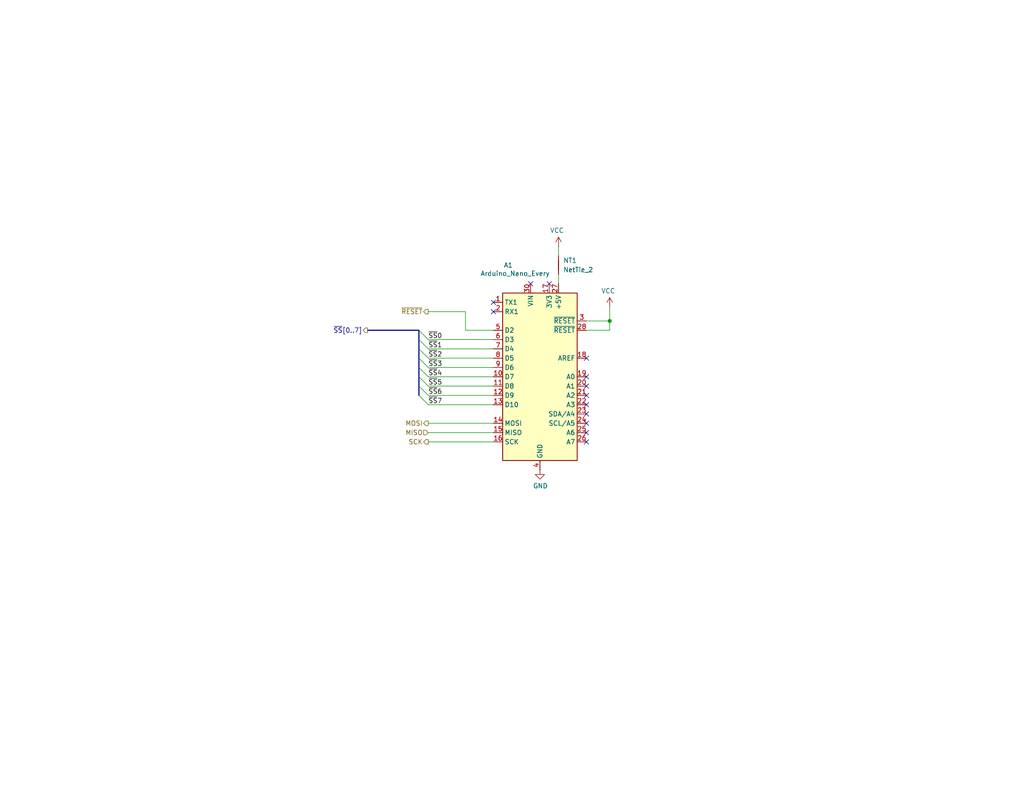
<source format=kicad_sch>
(kicad_sch (version 20250114) (generator "eeschema") (generator_version "9.0")
  (paper "USLetter")
  (title_block (date "2025-08-01"))
  (lib_symbols
    (symbol "Device:NetTie_2" (pin_numbers (hide yes)) (pin_names (offset 0) (hide yes)) (in_bom no)
      (property "Reference" "NT" (at 0 1.27 0))
      (property "Value" "NetTie_2" (at 0 -1.27 0))
      (symbol "NetTie_2_0_1"
        (polyline (pts (xy -1.27 0) (xy 1.27 0)) (stroke (width 0.254)))
      )
      (symbol "NetTie_2_1_1"
        (pin passive line (at -2.54 0 0) (length 2.54) (name "1") (number "1"))
        (pin passive line (at 2.54 0 180) (length 2.54) (name "2") (number "2"))
      )
    )
    (symbol "MCU_Module:Arduino_Nano_Every"
      (property "Reference" "A" (at -10.16 23.495 0))
      (property "Value" "Arduino_Nano_Every" (at 5.08 -24.13 0))
      (symbol "Arduino_Nano_Every_0_1"
        (rectangle (start -10.16 22.86) (end 10.16 -22.86) (stroke (width 0.254)) (fill (type background)))
      )
      (symbol "Arduino_Nano_Every_1_1"
        (pin bidirectional line (at -12.7 20.32 0) (length 2.54) (name "TX1") (number "1"))
        (pin bidirectional line (at -12.7 17.78 0) (length 2.54) (name "RX1") (number "2"))
        (pin bidirectional line (at -12.7 12.7 0) (length 2.54) (name "D2") (number "5"))
        (pin bidirectional line (at -12.7 10.16 0) (length 2.54) (name "D3") (number "6"))
        (pin bidirectional line (at -12.7 7.62 0) (length 2.54) (name "D4") (number "7"))
        (pin bidirectional line (at -12.7 5.08 0) (length 2.54) (name "D5") (number "8"))
        (pin bidirectional line (at -12.7 2.54 0) (length 2.54) (name "D6") (number "9"))
        (pin bidirectional line (at -12.7 0 0) (length 2.54) (name "D7") (number "10"))
        (pin bidirectional line (at -12.7 -2.54 0) (length 2.54) (name "D8") (number "11"))
        (pin bidirectional line (at -12.7 -5.08 0) (length 2.54) (name "D9") (number "12"))
        (pin bidirectional line (at -12.7 -7.62 0) (length 2.54) (name "D10") (number "13"))
        (pin bidirectional line (at -12.7 -12.7 0) (length 2.54) (name "MOSI") (number "14"))
        (pin bidirectional line (at -12.7 -15.24 0) (length 2.54) (name "MISO") (number "15"))
        (pin bidirectional line (at -12.7 -17.78 0) (length 2.54) (name "SCK") (number "16"))
        (pin power_in line (at -2.54 25.4 270) (length 2.54) (name "VIN") (number "30"))
        (pin passive line (at 0 -25.4 90) (length 2.54) (hide yes) (name "GND") (number "29"))
        (pin power_in line (at 0 -25.4 90) (length 2.54) (name "GND") (number "4"))
        (pin power_out line (at 2.54 25.4 270) (length 2.54) (name "3V3") (number "17"))
        (pin power_out line (at 5.08 25.4 270) (length 2.54) (name "+5V") (number "27"))
        (pin input line (at 12.7 15.24 180) (length 2.54) (name "~{RESET}") (number "3"))
        (pin input line (at 12.7 12.7 180) (length 2.54) (name "~{RESET}") (number "28"))
        (pin input line (at 12.7 5.08 180) (length 2.54) (name "AREF") (number "18"))
        (pin bidirectional line (at 12.7 0 180) (length 2.54) (name "A0") (number "19"))
        (pin bidirectional line (at 12.7 -2.54 180) (length 2.54) (name "A1") (number "20"))
        (pin bidirectional line (at 12.7 -5.08 180) (length 2.54) (name "A2") (number "21"))
        (pin bidirectional line (at 12.7 -7.62 180) (length 2.54) (name "A3") (number "22"))
        (pin bidirectional line (at 12.7 -10.16 180) (length 2.54) (name "SDA/A4") (number "23"))
        (pin bidirectional line (at 12.7 -12.7 180) (length 2.54) (name "SCL/A5") (number "24"))
        (pin bidirectional line (at 12.7 -15.24 180) (length 2.54) (name "A6") (number "25"))
        (pin bidirectional line (at 12.7 -17.78 180) (length 2.54) (name "A7") (number "26"))
      )
    )
    (symbol "power:GND" (power) (pin_numbers (hide yes)) (pin_names (offset 0) (hide yes))
      (property "Value" "GND" (at 0 -3.81 0))
      (symbol "GND_0_1"
        (polyline (pts (xy 0 0) (xy 0 -1.27) (xy 1.27 -1.27) (xy 0 -2.54) (xy -1.27 -1.27) (xy 0 -1.27)))
      )
      (symbol "GND_1_1"
        (pin power_in line (at 0 0 270) (length 0) (name "~") (number "1"))
      )
    )
    (symbol "power:VCC" (power) (pin_numbers (hide yes)) (pin_names (offset 0) (hide yes))
      (property "Value" "VCC" (at 0 3.556 0))
      (symbol "VCC_0_1"
        (polyline (pts (xy -0.762 1.27) (xy 0 2.54)))
        (polyline (pts (xy 0 2.54) (xy 0.762 1.27)))
        (polyline (pts (xy 0 0) (xy 0 2.54)))
      )
      (symbol "VCC_1_1"
        (pin power_in line (at 0 0 90) (length 0) (name "~") (number "1"))
      )
    )
  )
  (junction (at 166.37 87.63))
  (no_connect (at 160.02 120.65))
  (no_connect (at 160.02 115.57))
  (no_connect (at 144.78 77.47))
  (no_connect (at 160.02 107.95))
  (no_connect (at 160.02 110.49))
  (no_connect (at 160.02 118.11))
  (no_connect (at 160.02 102.87))
  (no_connect (at 160.02 113.03))
  (no_connect (at 149.86 77.47))
  (no_connect (at 160.02 105.41))
  (no_connect (at 134.62 85.09))
  (no_connect (at 134.62 82.55))
  (no_connect (at 160.02 97.79))
  (bus_entry (at 114.3 90.17) (size 2.54 2.54))
  (bus_entry (at 114.3 100.33) (size 2.54 2.54))
  (bus_entry (at 114.3 92.71) (size 2.54 2.54))
  (bus_entry (at 114.3 105.41) (size 2.54 2.54))
  (bus_entry (at 114.3 97.79) (size 2.54 2.54))
  (bus_entry (at 114.3 95.25) (size 2.54 2.54))
  (bus_entry (at 114.3 102.87) (size 2.54 2.54))
  (bus_entry (at 114.3 107.95) (size 2.54 2.54))
  (wire (pts (xy 127 85.09) (xy 127 90.17)))
  (bus (pts (xy 114.3 100.33) (xy 114.3 102.87)))
  (wire (pts (xy 116.84 105.41) (xy 134.62 105.41)))
  (bus (pts (xy 114.3 102.87) (xy 114.3 105.41)))
  (wire (pts (xy 116.84 95.25) (xy 134.62 95.25)))
  (wire (pts (xy 116.84 118.11) (xy 134.62 118.11)))
  (bus (pts (xy 114.3 97.79) (xy 114.3 100.33)))
  (bus (pts (xy 114.3 95.25) (xy 114.3 92.71)))
  (wire (pts (xy 116.84 102.87) (xy 134.62 102.87)))
  (bus (pts (xy 114.3 95.25) (xy 114.3 97.79)))
  (wire (pts (xy 116.84 120.65) (xy 134.62 120.65)))
  (wire (pts (xy 127 90.17) (xy 134.62 90.17)))
  (wire (pts (xy 166.37 90.17) (xy 166.37 87.63)))
  (wire (pts (xy 160.02 87.63) (xy 166.37 87.63)))
  (wire (pts (xy 116.84 92.71) (xy 134.62 92.71)))
  (wire (pts (xy 116.84 115.57) (xy 134.62 115.57)))
  (bus (pts (xy 114.3 92.71) (xy 114.3 90.17)))
  (wire (pts (xy 152.4 74.93) (xy 152.4 77.47)))
  (bus (pts (xy 100.33 90.17) (xy 114.3 90.17)))
  (wire (pts (xy 116.84 97.79) (xy 134.62 97.79)))
  (wire (pts (xy 116.84 85.09) (xy 127 85.09)))
  (wire (pts (xy 160.02 90.17) (xy 166.37 90.17)))
  (wire (pts (xy 152.4 69.85) (xy 152.4 67.31)))
  (wire (pts (xy 116.84 100.33) (xy 134.62 100.33)))
  (bus (pts (xy 114.3 105.41) (xy 114.3 107.95)))
  (wire (pts (xy 166.37 83.82) (xy 166.37 87.63)))
  (wire (pts (xy 116.84 107.95) (xy 134.62 107.95)))
  (wire (pts (xy 116.84 110.49) (xy 134.62 110.49)))
  (label "~{SS}7" (at 116.84 110.49 0))
  (label "~{SS}3" (at 116.84 100.33 0))
  (label "~{SS}4" (at 116.84 102.87 0))
  (label "~{SS}1" (at 116.84 95.25 0))
  (label "~{SS}2" (at 116.84 97.79 0))
  (label "~{SS}5" (at 116.84 105.41 0))
  (label "~{SS}0" (at 116.84 92.71 0))
  (label "~{SS}6" (at 116.84 107.95 0))
  (hierarchical_label "MOSI" (shape output) (at 116.84 115.57 180))
  (hierarchical_label "MISO" (shape input) (at 116.84 118.11 180))
  (hierarchical_label "SCK" (shape output) (at 116.84 120.65 180))
  (hierarchical_label "~{SS}[0..7]" (shape output) (at 100.33 90.17 180))
  (hierarchical_label "~{RESET}" (shape output) (at 116.84 85.09 180))
  (symbol (lib_id "power:VCC") (at 152.4 67.31 0) (mirror y) (unit 1)
    (property "Reference" "#PWR016" (effects (hide yes)))
    (property "Value" "VCC" (at 151.9682 62.9158 0))
    (property "Description" "Power symbol creates a global label with name \"VCC\"" (effects (hide yes)))
  )
  (symbol (lib_id "Device:NetTie_2") (at 152.4 72.39 90) (unit 1) (in_bom no)
    (property "Reference" "NT1" (at 153.67 71.1199 90) (effects (justify right)))
    (property "Value" "NetTie_2" (at 153.67 73.6599 90) (effects (justify right)))
    (property "Footprint" "NetTie:NetTie-2_SMD_Pad0.5mm" (effects (hide yes)))
    (property "Description" "Net tie, 2 pins" (effects (hide yes)))
  )
  (symbol (lib_id "power:VCC") (at 166.37 83.82 0) (mirror y) (unit 1)
    (property "Reference" "#PWR020" (effects (hide yes)))
    (property "Value" "VCC" (at 165.9382 79.4258 0))
    (property "Description" "Power symbol creates a global label with name \"VCC\"" (effects (hide yes)))
  )
  (symbol (lib_id "power:GND") (at 147.32 128.27 0) (unit 1)
    (property "Reference" "#PWR024" (effects (hide yes)))
    (property "Value" "GND" (at 147.447 132.6642 0))
    (property "Description" "Power symbol creates a global label with name \"GND\" , ground" (effects (hide yes)))
  )
  (symbol (lib_id "MCU_Module:Arduino_Nano_Every") (at 147.32 102.87 0) (unit 1)
    (property "Reference" "A1" (at 137.414 72.39 0) (effects (justify left)))
    (property "Value" "Arduino_Nano_Every" (at 131.064 74.676 0) (effects (justify left)))
    (property "Footprint" "Turtle16:Arduino_Nano_Every_Castellated_Host" (effects (hide yes)))
    (property "Datasheet" "https://content.arduino.cc/assets/NANOEveryV3.0_sch.pdf" (effects (hide yes)))
    (property "Description" "Arduino Nano Every" (effects (hide yes)))
  )
)
</source>
